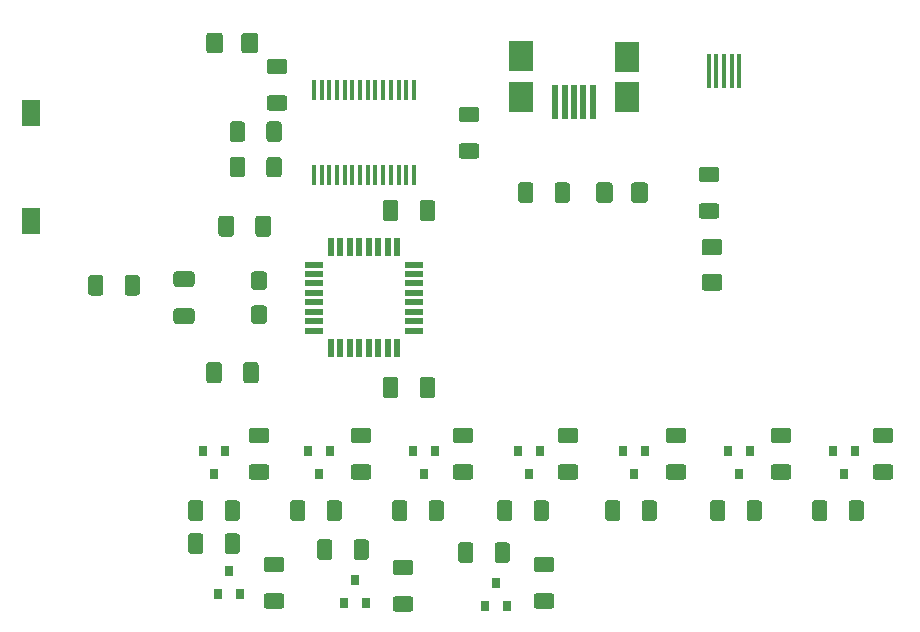
<source format=gtp>
%TF.GenerationSoftware,KiCad,Pcbnew,5.1.9+dfsg1-1~bpo10+1*%
%TF.CreationDate,2021-03-23T17:30:30+01:00*%
%TF.ProjectId,usbavrfloppy,75736261-7672-4666-9c6f-7070792e6b69,rev?*%
%TF.SameCoordinates,Original*%
%TF.FileFunction,Paste,Top*%
%TF.FilePolarity,Positive*%
%FSLAX46Y46*%
G04 Gerber Fmt 4.6, Leading zero omitted, Abs format (unit mm)*
G04 Created by KiCad (PCBNEW 5.1.9+dfsg1-1~bpo10+1) date 2021-03-23 17:30:30*
%MOMM*%
%LPD*%
G01*
G04 APERTURE LIST*
%ADD10R,1.600000X2.180000*%
%ADD11R,0.500380X3.000000*%
%ADD12R,1.998980X2.499360*%
%ADD13R,0.400000X3.000000*%
%ADD14R,0.800000X0.900000*%
%ADD15R,1.600000X0.550000*%
%ADD16R,0.550000X1.600000*%
%ADD17R,0.450000X1.750000*%
G04 APERTURE END LIST*
D10*
%TO.C,SW1*%
X109000000Y-76090000D03*
X109000000Y-66910000D03*
%TD*%
D11*
%TO.C,J5*%
X155740100Y-66027300D03*
D12*
X159390080Y-62151260D03*
D11*
X156540200Y-66027300D03*
X154940000Y-66027300D03*
X154139900Y-66027300D03*
X153339800Y-66027300D03*
D12*
X159390080Y-65580260D03*
X150489920Y-65580260D03*
X150495000Y-62103000D03*
%TD*%
D13*
%TO.C,J7*%
X168945560Y-63350140D03*
X168290900Y-63350000D03*
X167640900Y-63350000D03*
X166990900Y-63350000D03*
X166340900Y-63350000D03*
%TD*%
%TO.C,C1*%
G36*
G01*
X141870000Y-90820001D02*
X141870000Y-89519999D01*
G75*
G02*
X142119999Y-89270000I249999J0D01*
G01*
X142945001Y-89270000D01*
G75*
G02*
X143195000Y-89519999I0J-249999D01*
G01*
X143195000Y-90820001D01*
G75*
G02*
X142945001Y-91070000I-249999J0D01*
G01*
X142119999Y-91070000D01*
G75*
G02*
X141870000Y-90820001I0J249999D01*
G01*
G37*
G36*
G01*
X138745000Y-90820001D02*
X138745000Y-89519999D01*
G75*
G02*
X138994999Y-89270000I249999J0D01*
G01*
X139820001Y-89270000D01*
G75*
G02*
X140070000Y-89519999I0J-249999D01*
G01*
X140070000Y-90820001D01*
G75*
G02*
X139820001Y-91070000I-249999J0D01*
G01*
X138994999Y-91070000D01*
G75*
G02*
X138745000Y-90820001I0J249999D01*
G01*
G37*
%TD*%
%TO.C,C2*%
G36*
G01*
X138745000Y-75834001D02*
X138745000Y-74533999D01*
G75*
G02*
X138994999Y-74284000I249999J0D01*
G01*
X139820001Y-74284000D01*
G75*
G02*
X140070000Y-74533999I0J-249999D01*
G01*
X140070000Y-75834001D01*
G75*
G02*
X139820001Y-76084000I-249999J0D01*
G01*
X138994999Y-76084000D01*
G75*
G02*
X138745000Y-75834001I0J249999D01*
G01*
G37*
G36*
G01*
X141870000Y-75834001D02*
X141870000Y-74533999D01*
G75*
G02*
X142119999Y-74284000I249999J0D01*
G01*
X142945001Y-74284000D01*
G75*
G02*
X143195000Y-74533999I0J-249999D01*
G01*
X143195000Y-75834001D01*
G75*
G02*
X142945001Y-76084000I-249999J0D01*
G01*
X142119999Y-76084000D01*
G75*
G02*
X141870000Y-75834001I0J249999D01*
G01*
G37*
%TD*%
%TO.C,C3*%
G36*
G01*
X121269999Y-83450000D02*
X122570001Y-83450000D01*
G75*
G02*
X122820000Y-83699999I0J-249999D01*
G01*
X122820000Y-84525001D01*
G75*
G02*
X122570001Y-84775000I-249999J0D01*
G01*
X121269999Y-84775000D01*
G75*
G02*
X121020000Y-84525001I0J249999D01*
G01*
X121020000Y-83699999D01*
G75*
G02*
X121269999Y-83450000I249999J0D01*
G01*
G37*
G36*
G01*
X121269999Y-80325000D02*
X122570001Y-80325000D01*
G75*
G02*
X122820000Y-80574999I0J-249999D01*
G01*
X122820000Y-81400001D01*
G75*
G02*
X122570001Y-81650000I-249999J0D01*
G01*
X121269999Y-81650000D01*
G75*
G02*
X121020000Y-81400001I0J249999D01*
G01*
X121020000Y-80574999D01*
G75*
G02*
X121269999Y-80325000I249999J0D01*
G01*
G37*
%TD*%
%TO.C,C4*%
G36*
G01*
X123797000Y-89550001D02*
X123797000Y-88249999D01*
G75*
G02*
X124046999Y-88000000I249999J0D01*
G01*
X124872001Y-88000000D01*
G75*
G02*
X125122000Y-88249999I0J-249999D01*
G01*
X125122000Y-89550001D01*
G75*
G02*
X124872001Y-89800000I-249999J0D01*
G01*
X124046999Y-89800000D01*
G75*
G02*
X123797000Y-89550001I0J249999D01*
G01*
G37*
G36*
G01*
X126922000Y-89550001D02*
X126922000Y-88249999D01*
G75*
G02*
X127171999Y-88000000I249999J0D01*
G01*
X127997001Y-88000000D01*
G75*
G02*
X128247000Y-88249999I0J-249999D01*
G01*
X128247000Y-89550001D01*
G75*
G02*
X127997001Y-89800000I-249999J0D01*
G01*
X127171999Y-89800000D01*
G75*
G02*
X126922000Y-89550001I0J249999D01*
G01*
G37*
%TD*%
%TO.C,C5*%
G36*
G01*
X127844999Y-80325000D02*
X128695001Y-80325000D01*
G75*
G02*
X128945000Y-80574999I0J-249999D01*
G01*
X128945000Y-81650001D01*
G75*
G02*
X128695001Y-81900000I-249999J0D01*
G01*
X127844999Y-81900000D01*
G75*
G02*
X127595000Y-81650001I0J249999D01*
G01*
X127595000Y-80574999D01*
G75*
G02*
X127844999Y-80325000I249999J0D01*
G01*
G37*
G36*
G01*
X127844999Y-83200000D02*
X128695001Y-83200000D01*
G75*
G02*
X128945000Y-83449999I0J-249999D01*
G01*
X128945000Y-84525001D01*
G75*
G02*
X128695001Y-84775000I-249999J0D01*
G01*
X127844999Y-84775000D01*
G75*
G02*
X127595000Y-84525001I0J249999D01*
G01*
X127595000Y-83449999D01*
G75*
G02*
X127844999Y-83200000I249999J0D01*
G01*
G37*
%TD*%
%TO.C,C6*%
G36*
G01*
X129287000Y-75849999D02*
X129287000Y-77150001D01*
G75*
G02*
X129037001Y-77400000I-249999J0D01*
G01*
X128211999Y-77400000D01*
G75*
G02*
X127962000Y-77150001I0J249999D01*
G01*
X127962000Y-75849999D01*
G75*
G02*
X128211999Y-75600000I249999J0D01*
G01*
X129037001Y-75600000D01*
G75*
G02*
X129287000Y-75849999I0J-249999D01*
G01*
G37*
G36*
G01*
X126162000Y-75849999D02*
X126162000Y-77150001D01*
G75*
G02*
X125912001Y-77400000I-249999J0D01*
G01*
X125086999Y-77400000D01*
G75*
G02*
X124837000Y-77150001I0J249999D01*
G01*
X124837000Y-75849999D01*
G75*
G02*
X125086999Y-75600000I249999J0D01*
G01*
X125912001Y-75600000D01*
G75*
G02*
X126162000Y-75849999I0J-249999D01*
G01*
G37*
%TD*%
%TO.C,D1*%
G36*
G01*
X128200000Y-60375000D02*
X128200000Y-61625000D01*
G75*
G02*
X127950000Y-61875000I-250000J0D01*
G01*
X127025000Y-61875000D01*
G75*
G02*
X126775000Y-61625000I0J250000D01*
G01*
X126775000Y-60375000D01*
G75*
G02*
X127025000Y-60125000I250000J0D01*
G01*
X127950000Y-60125000D01*
G75*
G02*
X128200000Y-60375000I0J-250000D01*
G01*
G37*
G36*
G01*
X125225000Y-60375000D02*
X125225000Y-61625000D01*
G75*
G02*
X124975000Y-61875000I-250000J0D01*
G01*
X124050000Y-61875000D01*
G75*
G02*
X123800000Y-61625000I0J250000D01*
G01*
X123800000Y-60375000D01*
G75*
G02*
X124050000Y-60125000I250000J0D01*
G01*
X124975000Y-60125000D01*
G75*
G02*
X125225000Y-60375000I0J-250000D01*
G01*
G37*
%TD*%
%TO.C,D2*%
G36*
G01*
X167249000Y-81956000D02*
X165999000Y-81956000D01*
G75*
G02*
X165749000Y-81706000I0J250000D01*
G01*
X165749000Y-80781000D01*
G75*
G02*
X165999000Y-80531000I250000J0D01*
G01*
X167249000Y-80531000D01*
G75*
G02*
X167499000Y-80781000I0J-250000D01*
G01*
X167499000Y-81706000D01*
G75*
G02*
X167249000Y-81956000I-250000J0D01*
G01*
G37*
G36*
G01*
X167249000Y-78981000D02*
X165999000Y-78981000D01*
G75*
G02*
X165749000Y-78731000I0J250000D01*
G01*
X165749000Y-77806000D01*
G75*
G02*
X165999000Y-77556000I250000J0D01*
G01*
X167249000Y-77556000D01*
G75*
G02*
X167499000Y-77806000I0J-250000D01*
G01*
X167499000Y-78731000D01*
G75*
G02*
X167249000Y-78981000I-250000J0D01*
G01*
G37*
%TD*%
%TO.C,D3*%
G36*
G01*
X158229000Y-73035000D02*
X158229000Y-74285000D01*
G75*
G02*
X157979000Y-74535000I-250000J0D01*
G01*
X157054000Y-74535000D01*
G75*
G02*
X156804000Y-74285000I0J250000D01*
G01*
X156804000Y-73035000D01*
G75*
G02*
X157054000Y-72785000I250000J0D01*
G01*
X157979000Y-72785000D01*
G75*
G02*
X158229000Y-73035000I0J-250000D01*
G01*
G37*
G36*
G01*
X161204000Y-73035000D02*
X161204000Y-74285000D01*
G75*
G02*
X160954000Y-74535000I-250000J0D01*
G01*
X160029000Y-74535000D01*
G75*
G02*
X159779000Y-74285000I0J250000D01*
G01*
X159779000Y-73035000D01*
G75*
G02*
X160029000Y-72785000I250000J0D01*
G01*
X160954000Y-72785000D01*
G75*
G02*
X161204000Y-73035000I0J-250000D01*
G01*
G37*
%TD*%
D14*
%TO.C,Q1*%
X124460000Y-97520000D03*
X123510000Y-95520000D03*
X125410000Y-95520000D03*
%TD*%
%TO.C,Q2*%
X134300000Y-95520000D03*
X132400000Y-95520000D03*
X133350000Y-97520000D03*
%TD*%
%TO.C,Q3*%
X142240000Y-97520000D03*
X141290000Y-95520000D03*
X143190000Y-95520000D03*
%TD*%
%TO.C,Q4*%
X152080000Y-95520000D03*
X150180000Y-95520000D03*
X151130000Y-97520000D03*
%TD*%
%TO.C,Q5*%
X160970000Y-95520000D03*
X159070000Y-95520000D03*
X160020000Y-97520000D03*
%TD*%
%TO.C,Q6*%
X169860000Y-95520000D03*
X167960000Y-95520000D03*
X168910000Y-97520000D03*
%TD*%
%TO.C,Q7*%
X177800000Y-97520000D03*
X176850000Y-95520000D03*
X178750000Y-95520000D03*
%TD*%
%TO.C,Q8*%
X125730000Y-105680000D03*
X126680000Y-107680000D03*
X124780000Y-107680000D03*
%TD*%
%TO.C,Q9*%
X136398000Y-106442000D03*
X137348000Y-108442000D03*
X135448000Y-108442000D03*
%TD*%
%TO.C,Q10*%
X147386000Y-108696000D03*
X149286000Y-108696000D03*
X148336000Y-106696000D03*
%TD*%
%TO.C,R1*%
G36*
G01*
X130419000Y-63616000D02*
X129169000Y-63616000D01*
G75*
G02*
X128919000Y-63366000I0J250000D01*
G01*
X128919000Y-62566000D01*
G75*
G02*
X129169000Y-62316000I250000J0D01*
G01*
X130419000Y-62316000D01*
G75*
G02*
X130669000Y-62566000I0J-250000D01*
G01*
X130669000Y-63366000D01*
G75*
G02*
X130419000Y-63616000I-250000J0D01*
G01*
G37*
G36*
G01*
X130419000Y-66716000D02*
X129169000Y-66716000D01*
G75*
G02*
X128919000Y-66466000I0J250000D01*
G01*
X128919000Y-65666000D01*
G75*
G02*
X129169000Y-65416000I250000J0D01*
G01*
X130419000Y-65416000D01*
G75*
G02*
X130669000Y-65666000I0J-250000D01*
G01*
X130669000Y-66466000D01*
G75*
G02*
X130419000Y-66716000I-250000J0D01*
G01*
G37*
%TD*%
%TO.C,R2*%
G36*
G01*
X126660000Y-99959000D02*
X126660000Y-101209000D01*
G75*
G02*
X126410000Y-101459000I-250000J0D01*
G01*
X125610000Y-101459000D01*
G75*
G02*
X125360000Y-101209000I0J250000D01*
G01*
X125360000Y-99959000D01*
G75*
G02*
X125610000Y-99709000I250000J0D01*
G01*
X126410000Y-99709000D01*
G75*
G02*
X126660000Y-99959000I0J-250000D01*
G01*
G37*
G36*
G01*
X123560000Y-99959000D02*
X123560000Y-101209000D01*
G75*
G02*
X123310000Y-101459000I-250000J0D01*
G01*
X122510000Y-101459000D01*
G75*
G02*
X122260000Y-101209000I0J250000D01*
G01*
X122260000Y-99959000D01*
G75*
G02*
X122510000Y-99709000I250000J0D01*
G01*
X123310000Y-99709000D01*
G75*
G02*
X123560000Y-99959000I0J-250000D01*
G01*
G37*
%TD*%
%TO.C,R3*%
G36*
G01*
X127645000Y-96658000D02*
X128895000Y-96658000D01*
G75*
G02*
X129145000Y-96908000I0J-250000D01*
G01*
X129145000Y-97708000D01*
G75*
G02*
X128895000Y-97958000I-250000J0D01*
G01*
X127645000Y-97958000D01*
G75*
G02*
X127395000Y-97708000I0J250000D01*
G01*
X127395000Y-96908000D01*
G75*
G02*
X127645000Y-96658000I250000J0D01*
G01*
G37*
G36*
G01*
X127645000Y-93558000D02*
X128895000Y-93558000D01*
G75*
G02*
X129145000Y-93808000I0J-250000D01*
G01*
X129145000Y-94608000D01*
G75*
G02*
X128895000Y-94858000I-250000J0D01*
G01*
X127645000Y-94858000D01*
G75*
G02*
X127395000Y-94608000I0J250000D01*
G01*
X127395000Y-93808000D01*
G75*
G02*
X127645000Y-93558000I250000J0D01*
G01*
G37*
%TD*%
%TO.C,R4*%
G36*
G01*
X132196000Y-99959000D02*
X132196000Y-101209000D01*
G75*
G02*
X131946000Y-101459000I-250000J0D01*
G01*
X131146000Y-101459000D01*
G75*
G02*
X130896000Y-101209000I0J250000D01*
G01*
X130896000Y-99959000D01*
G75*
G02*
X131146000Y-99709000I250000J0D01*
G01*
X131946000Y-99709000D01*
G75*
G02*
X132196000Y-99959000I0J-250000D01*
G01*
G37*
G36*
G01*
X135296000Y-99959000D02*
X135296000Y-101209000D01*
G75*
G02*
X135046000Y-101459000I-250000J0D01*
G01*
X134246000Y-101459000D01*
G75*
G02*
X133996000Y-101209000I0J250000D01*
G01*
X133996000Y-99959000D01*
G75*
G02*
X134246000Y-99709000I250000J0D01*
G01*
X135046000Y-99709000D01*
G75*
G02*
X135296000Y-99959000I0J-250000D01*
G01*
G37*
%TD*%
%TO.C,R5*%
G36*
G01*
X143932000Y-99959000D02*
X143932000Y-101209000D01*
G75*
G02*
X143682000Y-101459000I-250000J0D01*
G01*
X142882000Y-101459000D01*
G75*
G02*
X142632000Y-101209000I0J250000D01*
G01*
X142632000Y-99959000D01*
G75*
G02*
X142882000Y-99709000I250000J0D01*
G01*
X143682000Y-99709000D01*
G75*
G02*
X143932000Y-99959000I0J-250000D01*
G01*
G37*
G36*
G01*
X140832000Y-99959000D02*
X140832000Y-101209000D01*
G75*
G02*
X140582000Y-101459000I-250000J0D01*
G01*
X139782000Y-101459000D01*
G75*
G02*
X139532000Y-101209000I0J250000D01*
G01*
X139532000Y-99959000D01*
G75*
G02*
X139782000Y-99709000I250000J0D01*
G01*
X140582000Y-99709000D01*
G75*
G02*
X140832000Y-99959000I0J-250000D01*
G01*
G37*
%TD*%
%TO.C,R6*%
G36*
G01*
X149722000Y-99959000D02*
X149722000Y-101209000D01*
G75*
G02*
X149472000Y-101459000I-250000J0D01*
G01*
X148672000Y-101459000D01*
G75*
G02*
X148422000Y-101209000I0J250000D01*
G01*
X148422000Y-99959000D01*
G75*
G02*
X148672000Y-99709000I250000J0D01*
G01*
X149472000Y-99709000D01*
G75*
G02*
X149722000Y-99959000I0J-250000D01*
G01*
G37*
G36*
G01*
X152822000Y-99959000D02*
X152822000Y-101209000D01*
G75*
G02*
X152572000Y-101459000I-250000J0D01*
G01*
X151772000Y-101459000D01*
G75*
G02*
X151522000Y-101209000I0J250000D01*
G01*
X151522000Y-99959000D01*
G75*
G02*
X151772000Y-99709000I250000J0D01*
G01*
X152572000Y-99709000D01*
G75*
G02*
X152822000Y-99959000I0J-250000D01*
G01*
G37*
%TD*%
%TO.C,R7*%
G36*
G01*
X161966000Y-99959000D02*
X161966000Y-101209000D01*
G75*
G02*
X161716000Y-101459000I-250000J0D01*
G01*
X160916000Y-101459000D01*
G75*
G02*
X160666000Y-101209000I0J250000D01*
G01*
X160666000Y-99959000D01*
G75*
G02*
X160916000Y-99709000I250000J0D01*
G01*
X161716000Y-99709000D01*
G75*
G02*
X161966000Y-99959000I0J-250000D01*
G01*
G37*
G36*
G01*
X158866000Y-99959000D02*
X158866000Y-101209000D01*
G75*
G02*
X158616000Y-101459000I-250000J0D01*
G01*
X157816000Y-101459000D01*
G75*
G02*
X157566000Y-101209000I0J250000D01*
G01*
X157566000Y-99959000D01*
G75*
G02*
X157816000Y-99709000I250000J0D01*
G01*
X158616000Y-99709000D01*
G75*
G02*
X158866000Y-99959000I0J-250000D01*
G01*
G37*
%TD*%
%TO.C,R8*%
G36*
G01*
X170856000Y-99959000D02*
X170856000Y-101209000D01*
G75*
G02*
X170606000Y-101459000I-250000J0D01*
G01*
X169806000Y-101459000D01*
G75*
G02*
X169556000Y-101209000I0J250000D01*
G01*
X169556000Y-99959000D01*
G75*
G02*
X169806000Y-99709000I250000J0D01*
G01*
X170606000Y-99709000D01*
G75*
G02*
X170856000Y-99959000I0J-250000D01*
G01*
G37*
G36*
G01*
X167756000Y-99959000D02*
X167756000Y-101209000D01*
G75*
G02*
X167506000Y-101459000I-250000J0D01*
G01*
X166706000Y-101459000D01*
G75*
G02*
X166456000Y-101209000I0J250000D01*
G01*
X166456000Y-99959000D01*
G75*
G02*
X166706000Y-99709000I250000J0D01*
G01*
X167506000Y-99709000D01*
G75*
G02*
X167756000Y-99959000I0J-250000D01*
G01*
G37*
%TD*%
%TO.C,R9*%
G36*
G01*
X136281000Y-93558000D02*
X137531000Y-93558000D01*
G75*
G02*
X137781000Y-93808000I0J-250000D01*
G01*
X137781000Y-94608000D01*
G75*
G02*
X137531000Y-94858000I-250000J0D01*
G01*
X136281000Y-94858000D01*
G75*
G02*
X136031000Y-94608000I0J250000D01*
G01*
X136031000Y-93808000D01*
G75*
G02*
X136281000Y-93558000I250000J0D01*
G01*
G37*
G36*
G01*
X136281000Y-96658000D02*
X137531000Y-96658000D01*
G75*
G02*
X137781000Y-96908000I0J-250000D01*
G01*
X137781000Y-97708000D01*
G75*
G02*
X137531000Y-97958000I-250000J0D01*
G01*
X136281000Y-97958000D01*
G75*
G02*
X136031000Y-97708000I0J250000D01*
G01*
X136031000Y-96908000D01*
G75*
G02*
X136281000Y-96658000I250000J0D01*
G01*
G37*
%TD*%
%TO.C,R10*%
G36*
G01*
X144917000Y-93558000D02*
X146167000Y-93558000D01*
G75*
G02*
X146417000Y-93808000I0J-250000D01*
G01*
X146417000Y-94608000D01*
G75*
G02*
X146167000Y-94858000I-250000J0D01*
G01*
X144917000Y-94858000D01*
G75*
G02*
X144667000Y-94608000I0J250000D01*
G01*
X144667000Y-93808000D01*
G75*
G02*
X144917000Y-93558000I250000J0D01*
G01*
G37*
G36*
G01*
X144917000Y-96658000D02*
X146167000Y-96658000D01*
G75*
G02*
X146417000Y-96908000I0J-250000D01*
G01*
X146417000Y-97708000D01*
G75*
G02*
X146167000Y-97958000I-250000J0D01*
G01*
X144917000Y-97958000D01*
G75*
G02*
X144667000Y-97708000I0J250000D01*
G01*
X144667000Y-96908000D01*
G75*
G02*
X144917000Y-96658000I250000J0D01*
G01*
G37*
%TD*%
%TO.C,R11*%
G36*
G01*
X153807000Y-93558000D02*
X155057000Y-93558000D01*
G75*
G02*
X155307000Y-93808000I0J-250000D01*
G01*
X155307000Y-94608000D01*
G75*
G02*
X155057000Y-94858000I-250000J0D01*
G01*
X153807000Y-94858000D01*
G75*
G02*
X153557000Y-94608000I0J250000D01*
G01*
X153557000Y-93808000D01*
G75*
G02*
X153807000Y-93558000I250000J0D01*
G01*
G37*
G36*
G01*
X153807000Y-96658000D02*
X155057000Y-96658000D01*
G75*
G02*
X155307000Y-96908000I0J-250000D01*
G01*
X155307000Y-97708000D01*
G75*
G02*
X155057000Y-97958000I-250000J0D01*
G01*
X153807000Y-97958000D01*
G75*
G02*
X153557000Y-97708000I0J250000D01*
G01*
X153557000Y-96908000D01*
G75*
G02*
X153807000Y-96658000I250000J0D01*
G01*
G37*
%TD*%
%TO.C,R12*%
G36*
G01*
X162951000Y-96658000D02*
X164201000Y-96658000D01*
G75*
G02*
X164451000Y-96908000I0J-250000D01*
G01*
X164451000Y-97708000D01*
G75*
G02*
X164201000Y-97958000I-250000J0D01*
G01*
X162951000Y-97958000D01*
G75*
G02*
X162701000Y-97708000I0J250000D01*
G01*
X162701000Y-96908000D01*
G75*
G02*
X162951000Y-96658000I250000J0D01*
G01*
G37*
G36*
G01*
X162951000Y-93558000D02*
X164201000Y-93558000D01*
G75*
G02*
X164451000Y-93808000I0J-250000D01*
G01*
X164451000Y-94608000D01*
G75*
G02*
X164201000Y-94858000I-250000J0D01*
G01*
X162951000Y-94858000D01*
G75*
G02*
X162701000Y-94608000I0J250000D01*
G01*
X162701000Y-93808000D01*
G75*
G02*
X162951000Y-93558000I250000J0D01*
G01*
G37*
%TD*%
%TO.C,R13*%
G36*
G01*
X171841000Y-96658000D02*
X173091000Y-96658000D01*
G75*
G02*
X173341000Y-96908000I0J-250000D01*
G01*
X173341000Y-97708000D01*
G75*
G02*
X173091000Y-97958000I-250000J0D01*
G01*
X171841000Y-97958000D01*
G75*
G02*
X171591000Y-97708000I0J250000D01*
G01*
X171591000Y-96908000D01*
G75*
G02*
X171841000Y-96658000I250000J0D01*
G01*
G37*
G36*
G01*
X171841000Y-93558000D02*
X173091000Y-93558000D01*
G75*
G02*
X173341000Y-93808000I0J-250000D01*
G01*
X173341000Y-94608000D01*
G75*
G02*
X173091000Y-94858000I-250000J0D01*
G01*
X171841000Y-94858000D01*
G75*
G02*
X171591000Y-94608000I0J250000D01*
G01*
X171591000Y-93808000D01*
G75*
G02*
X171841000Y-93558000I250000J0D01*
G01*
G37*
%TD*%
%TO.C,R14*%
G36*
G01*
X176392000Y-99959000D02*
X176392000Y-101209000D01*
G75*
G02*
X176142000Y-101459000I-250000J0D01*
G01*
X175342000Y-101459000D01*
G75*
G02*
X175092000Y-101209000I0J250000D01*
G01*
X175092000Y-99959000D01*
G75*
G02*
X175342000Y-99709000I250000J0D01*
G01*
X176142000Y-99709000D01*
G75*
G02*
X176392000Y-99959000I0J-250000D01*
G01*
G37*
G36*
G01*
X179492000Y-99959000D02*
X179492000Y-101209000D01*
G75*
G02*
X179242000Y-101459000I-250000J0D01*
G01*
X178442000Y-101459000D01*
G75*
G02*
X178192000Y-101209000I0J250000D01*
G01*
X178192000Y-99959000D01*
G75*
G02*
X178442000Y-99709000I250000J0D01*
G01*
X179242000Y-99709000D01*
G75*
G02*
X179492000Y-99959000I0J-250000D01*
G01*
G37*
%TD*%
%TO.C,R15*%
G36*
G01*
X122260000Y-104003000D02*
X122260000Y-102753000D01*
G75*
G02*
X122510000Y-102503000I250000J0D01*
G01*
X123310000Y-102503000D01*
G75*
G02*
X123560000Y-102753000I0J-250000D01*
G01*
X123560000Y-104003000D01*
G75*
G02*
X123310000Y-104253000I-250000J0D01*
G01*
X122510000Y-104253000D01*
G75*
G02*
X122260000Y-104003000I0J250000D01*
G01*
G37*
G36*
G01*
X125360000Y-104003000D02*
X125360000Y-102753000D01*
G75*
G02*
X125610000Y-102503000I250000J0D01*
G01*
X126410000Y-102503000D01*
G75*
G02*
X126660000Y-102753000I0J-250000D01*
G01*
X126660000Y-104003000D01*
G75*
G02*
X126410000Y-104253000I-250000J0D01*
G01*
X125610000Y-104253000D01*
G75*
G02*
X125360000Y-104003000I0J250000D01*
G01*
G37*
%TD*%
%TO.C,R16*%
G36*
G01*
X134482000Y-103261000D02*
X134482000Y-104511000D01*
G75*
G02*
X134232000Y-104761000I-250000J0D01*
G01*
X133432000Y-104761000D01*
G75*
G02*
X133182000Y-104511000I0J250000D01*
G01*
X133182000Y-103261000D01*
G75*
G02*
X133432000Y-103011000I250000J0D01*
G01*
X134232000Y-103011000D01*
G75*
G02*
X134482000Y-103261000I0J-250000D01*
G01*
G37*
G36*
G01*
X137582000Y-103261000D02*
X137582000Y-104511000D01*
G75*
G02*
X137332000Y-104761000I-250000J0D01*
G01*
X136532000Y-104761000D01*
G75*
G02*
X136282000Y-104511000I0J250000D01*
G01*
X136282000Y-103261000D01*
G75*
G02*
X136532000Y-103011000I250000J0D01*
G01*
X137332000Y-103011000D01*
G75*
G02*
X137582000Y-103261000I0J-250000D01*
G01*
G37*
%TD*%
%TO.C,R17*%
G36*
G01*
X149520000Y-103515000D02*
X149520000Y-104765000D01*
G75*
G02*
X149270000Y-105015000I-250000J0D01*
G01*
X148470000Y-105015000D01*
G75*
G02*
X148220000Y-104765000I0J250000D01*
G01*
X148220000Y-103515000D01*
G75*
G02*
X148470000Y-103265000I250000J0D01*
G01*
X149270000Y-103265000D01*
G75*
G02*
X149520000Y-103515000I0J-250000D01*
G01*
G37*
G36*
G01*
X146420000Y-103515000D02*
X146420000Y-104765000D01*
G75*
G02*
X146170000Y-105015000I-250000J0D01*
G01*
X145370000Y-105015000D01*
G75*
G02*
X145120000Y-104765000I0J250000D01*
G01*
X145120000Y-103515000D01*
G75*
G02*
X145370000Y-103265000I250000J0D01*
G01*
X146170000Y-103265000D01*
G75*
G02*
X146420000Y-103515000I0J-250000D01*
G01*
G37*
%TD*%
%TO.C,R18*%
G36*
G01*
X180477000Y-93558000D02*
X181727000Y-93558000D01*
G75*
G02*
X181977000Y-93808000I0J-250000D01*
G01*
X181977000Y-94608000D01*
G75*
G02*
X181727000Y-94858000I-250000J0D01*
G01*
X180477000Y-94858000D01*
G75*
G02*
X180227000Y-94608000I0J250000D01*
G01*
X180227000Y-93808000D01*
G75*
G02*
X180477000Y-93558000I250000J0D01*
G01*
G37*
G36*
G01*
X180477000Y-96658000D02*
X181727000Y-96658000D01*
G75*
G02*
X181977000Y-96908000I0J-250000D01*
G01*
X181977000Y-97708000D01*
G75*
G02*
X181727000Y-97958000I-250000J0D01*
G01*
X180477000Y-97958000D01*
G75*
G02*
X180227000Y-97708000I0J250000D01*
G01*
X180227000Y-96908000D01*
G75*
G02*
X180477000Y-96658000I250000J0D01*
G01*
G37*
%TD*%
%TO.C,R19*%
G36*
G01*
X128915000Y-107580000D02*
X130165000Y-107580000D01*
G75*
G02*
X130415000Y-107830000I0J-250000D01*
G01*
X130415000Y-108630000D01*
G75*
G02*
X130165000Y-108880000I-250000J0D01*
G01*
X128915000Y-108880000D01*
G75*
G02*
X128665000Y-108630000I0J250000D01*
G01*
X128665000Y-107830000D01*
G75*
G02*
X128915000Y-107580000I250000J0D01*
G01*
G37*
G36*
G01*
X128915000Y-104480000D02*
X130165000Y-104480000D01*
G75*
G02*
X130415000Y-104730000I0J-250000D01*
G01*
X130415000Y-105530000D01*
G75*
G02*
X130165000Y-105780000I-250000J0D01*
G01*
X128915000Y-105780000D01*
G75*
G02*
X128665000Y-105530000I0J250000D01*
G01*
X128665000Y-104730000D01*
G75*
G02*
X128915000Y-104480000I250000J0D01*
G01*
G37*
%TD*%
%TO.C,R20*%
G36*
G01*
X139837000Y-107834000D02*
X141087000Y-107834000D01*
G75*
G02*
X141337000Y-108084000I0J-250000D01*
G01*
X141337000Y-108884000D01*
G75*
G02*
X141087000Y-109134000I-250000J0D01*
G01*
X139837000Y-109134000D01*
G75*
G02*
X139587000Y-108884000I0J250000D01*
G01*
X139587000Y-108084000D01*
G75*
G02*
X139837000Y-107834000I250000J0D01*
G01*
G37*
G36*
G01*
X139837000Y-104734000D02*
X141087000Y-104734000D01*
G75*
G02*
X141337000Y-104984000I0J-250000D01*
G01*
X141337000Y-105784000D01*
G75*
G02*
X141087000Y-106034000I-250000J0D01*
G01*
X139837000Y-106034000D01*
G75*
G02*
X139587000Y-105784000I0J250000D01*
G01*
X139587000Y-104984000D01*
G75*
G02*
X139837000Y-104734000I250000J0D01*
G01*
G37*
%TD*%
%TO.C,R21*%
G36*
G01*
X151775000Y-107580000D02*
X153025000Y-107580000D01*
G75*
G02*
X153275000Y-107830000I0J-250000D01*
G01*
X153275000Y-108630000D01*
G75*
G02*
X153025000Y-108880000I-250000J0D01*
G01*
X151775000Y-108880000D01*
G75*
G02*
X151525000Y-108630000I0J250000D01*
G01*
X151525000Y-107830000D01*
G75*
G02*
X151775000Y-107580000I250000J0D01*
G01*
G37*
G36*
G01*
X151775000Y-104480000D02*
X153025000Y-104480000D01*
G75*
G02*
X153275000Y-104730000I0J-250000D01*
G01*
X153275000Y-105530000D01*
G75*
G02*
X153025000Y-105780000I-250000J0D01*
G01*
X151775000Y-105780000D01*
G75*
G02*
X151525000Y-105530000I0J250000D01*
G01*
X151525000Y-104730000D01*
G75*
G02*
X151775000Y-104480000I250000J0D01*
G01*
G37*
%TD*%
%TO.C,R22*%
G36*
G01*
X165745000Y-71460000D02*
X166995000Y-71460000D01*
G75*
G02*
X167245000Y-71710000I0J-250000D01*
G01*
X167245000Y-72510000D01*
G75*
G02*
X166995000Y-72760000I-250000J0D01*
G01*
X165745000Y-72760000D01*
G75*
G02*
X165495000Y-72510000I0J250000D01*
G01*
X165495000Y-71710000D01*
G75*
G02*
X165745000Y-71460000I250000J0D01*
G01*
G37*
G36*
G01*
X165745000Y-74560000D02*
X166995000Y-74560000D01*
G75*
G02*
X167245000Y-74810000I0J-250000D01*
G01*
X167245000Y-75610000D01*
G75*
G02*
X166995000Y-75860000I-250000J0D01*
G01*
X165745000Y-75860000D01*
G75*
G02*
X165495000Y-75610000I0J250000D01*
G01*
X165495000Y-74810000D01*
G75*
G02*
X165745000Y-74560000I250000J0D01*
G01*
G37*
%TD*%
%TO.C,R23*%
G36*
G01*
X153300000Y-74285000D02*
X153300000Y-73035000D01*
G75*
G02*
X153550000Y-72785000I250000J0D01*
G01*
X154350000Y-72785000D01*
G75*
G02*
X154600000Y-73035000I0J-250000D01*
G01*
X154600000Y-74285000D01*
G75*
G02*
X154350000Y-74535000I-250000J0D01*
G01*
X153550000Y-74535000D01*
G75*
G02*
X153300000Y-74285000I0J250000D01*
G01*
G37*
G36*
G01*
X150200000Y-74285000D02*
X150200000Y-73035000D01*
G75*
G02*
X150450000Y-72785000I250000J0D01*
G01*
X151250000Y-72785000D01*
G75*
G02*
X151500000Y-73035000I0J-250000D01*
G01*
X151500000Y-74285000D01*
G75*
G02*
X151250000Y-74535000I-250000J0D01*
G01*
X150450000Y-74535000D01*
G75*
G02*
X150200000Y-74285000I0J250000D01*
G01*
G37*
%TD*%
%TO.C,R24*%
G36*
G01*
X125800000Y-69125000D02*
X125800000Y-67875000D01*
G75*
G02*
X126050000Y-67625000I250000J0D01*
G01*
X126850000Y-67625000D01*
G75*
G02*
X127100000Y-67875000I0J-250000D01*
G01*
X127100000Y-69125000D01*
G75*
G02*
X126850000Y-69375000I-250000J0D01*
G01*
X126050000Y-69375000D01*
G75*
G02*
X125800000Y-69125000I0J250000D01*
G01*
G37*
G36*
G01*
X128900000Y-69125000D02*
X128900000Y-67875000D01*
G75*
G02*
X129150000Y-67625000I250000J0D01*
G01*
X129950000Y-67625000D01*
G75*
G02*
X130200000Y-67875000I0J-250000D01*
G01*
X130200000Y-69125000D01*
G75*
G02*
X129950000Y-69375000I-250000J0D01*
G01*
X129150000Y-69375000D01*
G75*
G02*
X128900000Y-69125000I0J250000D01*
G01*
G37*
%TD*%
%TO.C,R25*%
G36*
G01*
X146675000Y-70780000D02*
X145425000Y-70780000D01*
G75*
G02*
X145175000Y-70530000I0J250000D01*
G01*
X145175000Y-69730000D01*
G75*
G02*
X145425000Y-69480000I250000J0D01*
G01*
X146675000Y-69480000D01*
G75*
G02*
X146925000Y-69730000I0J-250000D01*
G01*
X146925000Y-70530000D01*
G75*
G02*
X146675000Y-70780000I-250000J0D01*
G01*
G37*
G36*
G01*
X146675000Y-67680000D02*
X145425000Y-67680000D01*
G75*
G02*
X145175000Y-67430000I0J250000D01*
G01*
X145175000Y-66630000D01*
G75*
G02*
X145425000Y-66380000I250000J0D01*
G01*
X146675000Y-66380000D01*
G75*
G02*
X146925000Y-66630000I0J-250000D01*
G01*
X146925000Y-67430000D01*
G75*
G02*
X146675000Y-67680000I-250000J0D01*
G01*
G37*
%TD*%
%TO.C,R26*%
G36*
G01*
X128900000Y-72125000D02*
X128900000Y-70875000D01*
G75*
G02*
X129150000Y-70625000I250000J0D01*
G01*
X129950000Y-70625000D01*
G75*
G02*
X130200000Y-70875000I0J-250000D01*
G01*
X130200000Y-72125000D01*
G75*
G02*
X129950000Y-72375000I-250000J0D01*
G01*
X129150000Y-72375000D01*
G75*
G02*
X128900000Y-72125000I0J250000D01*
G01*
G37*
G36*
G01*
X125800000Y-72125000D02*
X125800000Y-70875000D01*
G75*
G02*
X126050000Y-70625000I250000J0D01*
G01*
X126850000Y-70625000D01*
G75*
G02*
X127100000Y-70875000I0J-250000D01*
G01*
X127100000Y-72125000D01*
G75*
G02*
X126850000Y-72375000I-250000J0D01*
G01*
X126050000Y-72375000D01*
G75*
G02*
X125800000Y-72125000I0J250000D01*
G01*
G37*
%TD*%
%TO.C,R27*%
G36*
G01*
X118200000Y-80875000D02*
X118200000Y-82125000D01*
G75*
G02*
X117950000Y-82375000I-250000J0D01*
G01*
X117150000Y-82375000D01*
G75*
G02*
X116900000Y-82125000I0J250000D01*
G01*
X116900000Y-80875000D01*
G75*
G02*
X117150000Y-80625000I250000J0D01*
G01*
X117950000Y-80625000D01*
G75*
G02*
X118200000Y-80875000I0J-250000D01*
G01*
G37*
G36*
G01*
X115100000Y-80875000D02*
X115100000Y-82125000D01*
G75*
G02*
X114850000Y-82375000I-250000J0D01*
G01*
X114050000Y-82375000D01*
G75*
G02*
X113800000Y-82125000I0J250000D01*
G01*
X113800000Y-80875000D01*
G75*
G02*
X114050000Y-80625000I250000J0D01*
G01*
X114850000Y-80625000D01*
G75*
G02*
X115100000Y-80875000I0J-250000D01*
G01*
G37*
%TD*%
D15*
%TO.C,U1*%
X141410000Y-85350000D03*
X141410000Y-84550000D03*
X141410000Y-83750000D03*
X141410000Y-82950000D03*
X141410000Y-82150000D03*
X141410000Y-81350000D03*
X141410000Y-80550000D03*
X141410000Y-79750000D03*
D16*
X139960000Y-78300000D03*
X139160000Y-78300000D03*
X138360000Y-78300000D03*
X137560000Y-78300000D03*
X136760000Y-78300000D03*
X135960000Y-78300000D03*
X135160000Y-78300000D03*
X134360000Y-78300000D03*
D15*
X132910000Y-79750000D03*
X132910000Y-80550000D03*
X132910000Y-81350000D03*
X132910000Y-82150000D03*
X132910000Y-82950000D03*
X132910000Y-83750000D03*
X132910000Y-84550000D03*
X132910000Y-85350000D03*
D16*
X134360000Y-86800000D03*
X135160000Y-86800000D03*
X135960000Y-86800000D03*
X136760000Y-86800000D03*
X137560000Y-86800000D03*
X138360000Y-86800000D03*
X139160000Y-86800000D03*
X139960000Y-86800000D03*
%TD*%
D17*
%TO.C,U2*%
X132935000Y-72180000D03*
X133585000Y-72180000D03*
X134235000Y-72180000D03*
X134885000Y-72180000D03*
X135535000Y-72180000D03*
X136185000Y-72180000D03*
X136835000Y-72180000D03*
X137485000Y-72180000D03*
X138135000Y-72180000D03*
X138785000Y-72180000D03*
X139435000Y-72180000D03*
X140085000Y-72180000D03*
X140735000Y-72180000D03*
X141385000Y-72180000D03*
X141385000Y-64980000D03*
X140735000Y-64980000D03*
X140085000Y-64980000D03*
X139435000Y-64980000D03*
X138785000Y-64980000D03*
X138135000Y-64980000D03*
X137485000Y-64980000D03*
X136835000Y-64980000D03*
X136185000Y-64980000D03*
X135535000Y-64980000D03*
X134885000Y-64980000D03*
X134235000Y-64980000D03*
X133585000Y-64980000D03*
X132935000Y-64980000D03*
%TD*%
M02*

</source>
